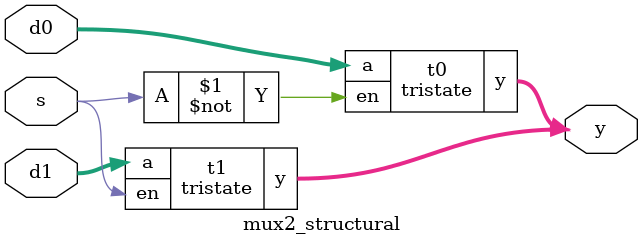
<source format=sv>
module tristate(
  input  logic [3:0] a,
  input  logic       en,
  output tri   [3:0] y
);

  assign y = en ? a : 4'bzzzz;

endmodule

module mux2_structural(
  input  logic [3:0] d0, d1,
  input  logic       s,
  output tri   [3:0] y
);

  tristate t0(d0, ~s, y);
  tristate t1(d1,  s, y);

  // In System Verilog, expressions like ~s are permitted in the port list for
  // an instance.

endmodule

</source>
